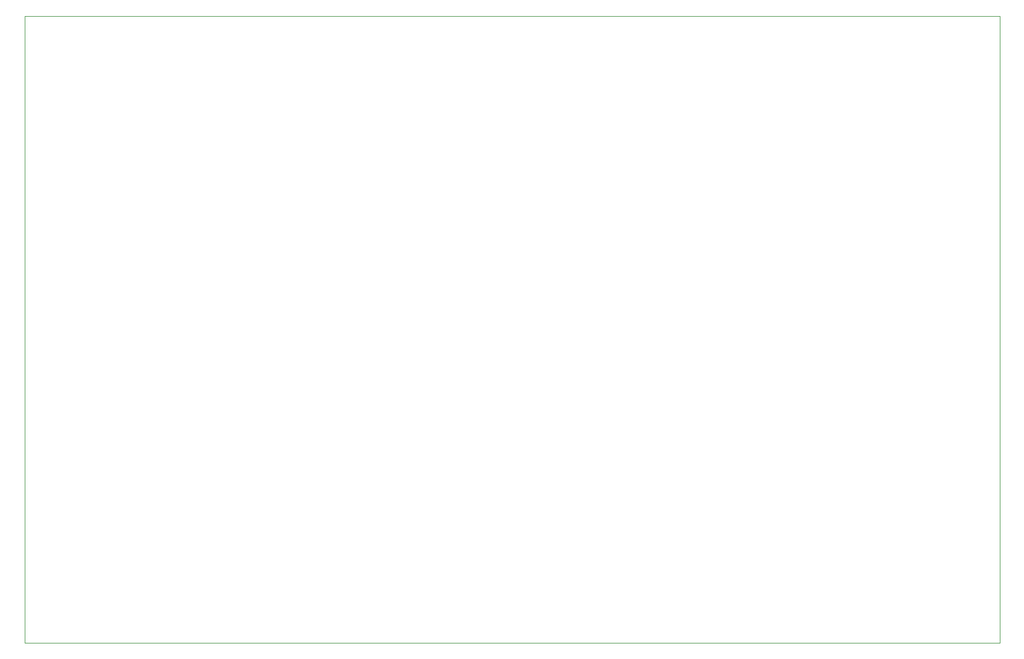
<source format=gbr>
%TF.GenerationSoftware,KiCad,Pcbnew,6.0.2+dfsg-1*%
%TF.CreationDate,2022-12-14T15:09:21+00:00*%
%TF.ProjectId,Backplane,4261636b-706c-4616-9e65-2e6b69636164,1*%
%TF.SameCoordinates,Original*%
%TF.FileFunction,Profile,NP*%
%FSLAX46Y46*%
G04 Gerber Fmt 4.6, Leading zero omitted, Abs format (unit mm)*
G04 Created by KiCad (PCBNEW 6.0.2+dfsg-1) date 2022-12-14 15:09:21*
%MOMM*%
%LPD*%
G01*
G04 APERTURE LIST*
%TA.AperFunction,Profile*%
%ADD10C,0.100000*%
%TD*%
G04 APERTURE END LIST*
D10*
X36957000Y-138049000D02*
X180351600Y-138049000D01*
X180351600Y-138049000D02*
X180351600Y-45847000D01*
X180351600Y-45847000D02*
X36957000Y-45847000D01*
X36957000Y-45847000D02*
X36957000Y-138049000D01*
M02*

</source>
